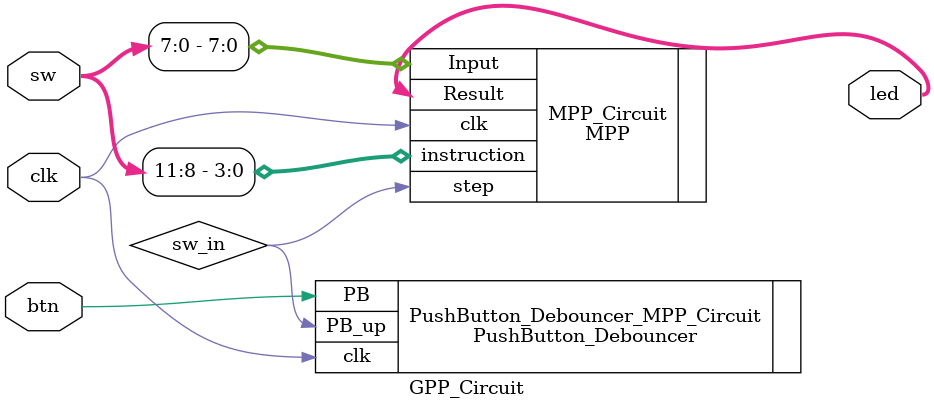
<source format=v>

`timescale 1ns / 1ps

module GPP_Circuit(
    input [11:0] sw,
    input clk,btn,
    output [7:0] led
    );
    
    wire sw_in;
    
    PushButton_Debouncer PushButton_Debouncer_MPP_Circuit(
        .clk(clk),
        .PB(btn),
        .PB_up(sw_in)
        );

    MPP MPP_Circuit(
        .Input(sw[7:0]),
        .clk(clk),
        .step(sw_in),
        .instruction(sw[11:8]),
        .Result(led[7:0])
        );
endmodule

</source>
